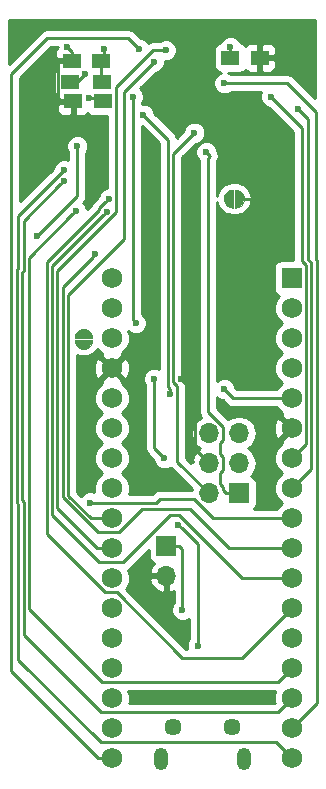
<source format=gbr>
G04 #@! TF.FileFunction,Copper,L2,Bot,Signal*
%FSLAX46Y46*%
G04 Gerber Fmt 4.6, Leading zero omitted, Abs format (unit mm)*
G04 Created by KiCad (PCBNEW 4.0.7) date 09/16/18 15:06:07*
%MOMM*%
%LPD*%
G01*
G04 APERTURE LIST*
%ADD10C,0.100000*%
%ADD11C,0.010000*%
%ADD12R,1.500000X1.250000*%
%ADD13C,0.400000*%
%ADD14R,1.500000X1.300000*%
%ADD15C,1.450000*%
%ADD16O,1.200000X1.900000*%
%ADD17R,1.700000X1.700000*%
%ADD18O,1.700000X1.700000*%
%ADD19R,1.752600X1.752600*%
%ADD20C,1.752600*%
%ADD21C,0.600000*%
%ADD22C,0.250000*%
%ADD23C,0.254000*%
G04 APERTURE END LIST*
D10*
D11*
G36*
X111718000Y-104025000D02*
X111461500Y-104070200D01*
X111235900Y-104200500D01*
X111068500Y-104400000D01*
X110979400Y-104644800D01*
X110979400Y-104905200D01*
X111068500Y-105150000D01*
X111235900Y-105349500D01*
X111461500Y-105479800D01*
X111718000Y-105525000D01*
X111718000Y-104025000D01*
X111718000Y-104025000D01*
G37*
X111718000Y-104025000D02*
X111461500Y-104070200D01*
X111235900Y-104200500D01*
X111068500Y-104400000D01*
X110979400Y-104644800D01*
X110979400Y-104905200D01*
X111068500Y-105150000D01*
X111235900Y-105349500D01*
X111461500Y-105479800D01*
X111718000Y-105525000D01*
X111718000Y-104025000D01*
G36*
X111918000Y-105525000D02*
X112174500Y-105479800D01*
X112400100Y-105349500D01*
X112567500Y-105150000D01*
X112656600Y-104905200D01*
X112656600Y-104644800D01*
X112567500Y-104400000D01*
X112400100Y-104200500D01*
X112174500Y-104070200D01*
X111918000Y-104025000D01*
X111918000Y-105525000D01*
X111918000Y-105525000D01*
G37*
X111918000Y-105525000D02*
X112174500Y-105479800D01*
X112400100Y-105349500D01*
X112567500Y-105150000D01*
X112656600Y-104905200D01*
X112656600Y-104644800D01*
X112567500Y-104400000D01*
X112400100Y-104200500D01*
X112174500Y-104070200D01*
X111918000Y-104025000D01*
X111918000Y-105525000D01*
G36*
X98310000Y-116744000D02*
X98355200Y-117000500D01*
X98485500Y-117226100D01*
X98685000Y-117393500D01*
X98929800Y-117482600D01*
X99190200Y-117482600D01*
X99435000Y-117393500D01*
X99634500Y-117226100D01*
X99764800Y-117000500D01*
X99810000Y-116744000D01*
X98310000Y-116744000D01*
X98310000Y-116744000D01*
G37*
X98310000Y-116744000D02*
X98355200Y-117000500D01*
X98485500Y-117226100D01*
X98685000Y-117393500D01*
X98929800Y-117482600D01*
X99190200Y-117482600D01*
X99435000Y-117393500D01*
X99634500Y-117226100D01*
X99764800Y-117000500D01*
X99810000Y-116744000D01*
X98310000Y-116744000D01*
G36*
X99810000Y-116544000D02*
X99764800Y-116287500D01*
X99634500Y-116061900D01*
X99435000Y-115894500D01*
X99190200Y-115805400D01*
X98929800Y-115805400D01*
X98685000Y-115894500D01*
X98485500Y-116061900D01*
X98355200Y-116287500D01*
X98310000Y-116544000D01*
X99810000Y-116544000D01*
X99810000Y-116544000D01*
G37*
X99810000Y-116544000D02*
X99764800Y-116287500D01*
X99634500Y-116061900D01*
X99435000Y-115894500D01*
X99190200Y-115805400D01*
X98929800Y-115805400D01*
X98685000Y-115894500D01*
X98485500Y-116061900D01*
X98355200Y-116287500D01*
X98310000Y-116544000D01*
X99810000Y-116544000D01*
D12*
X100691000Y-96520000D03*
X98191000Y-96520000D03*
X100564000Y-93091000D03*
X98064000Y-93091000D03*
D13*
X112268000Y-104775000D03*
X111368000Y-104775000D03*
X111368000Y-104775000D03*
X112268000Y-104775000D03*
D14*
X100664000Y-94869000D03*
X97964000Y-94869000D03*
D12*
X111506000Y-92837000D03*
X114006000Y-92837000D03*
D15*
X106669200Y-149508980D03*
X111669200Y-149508980D03*
D16*
X105669200Y-152208980D03*
X112669200Y-152208980D03*
D17*
X106072940Y-134167880D03*
D18*
X106072940Y-136707880D03*
D17*
X112229900Y-129715260D03*
D18*
X109689900Y-129715260D03*
X112229900Y-127175260D03*
X109689900Y-127175260D03*
X112229900Y-124635260D03*
X109689900Y-124635260D03*
D13*
X99060000Y-116194000D03*
X99060000Y-117094000D03*
X99060000Y-117094000D03*
X99060000Y-116194000D03*
D19*
X116713000Y-111506000D03*
D20*
X116713000Y-114046000D03*
X116713000Y-116586000D03*
X116713000Y-119126000D03*
X116713000Y-121666000D03*
X116713000Y-124206000D03*
X116713000Y-126746000D03*
X116713000Y-129286000D03*
X116713000Y-131826000D03*
X116713000Y-134366000D03*
X116713000Y-136906000D03*
X116713000Y-139446000D03*
X101473000Y-136906000D03*
X101473000Y-139446000D03*
X101473000Y-141952000D03*
X101473000Y-144526000D03*
X101473000Y-147066000D03*
X101473000Y-149606000D03*
X101493000Y-152146000D03*
X116713000Y-152146000D03*
X116713000Y-149606000D03*
X116713000Y-147066000D03*
X116713000Y-144526000D03*
X116713000Y-141986000D03*
X101473000Y-134366000D03*
X101473000Y-131826000D03*
X101473000Y-129286000D03*
X101473000Y-126746000D03*
X101473000Y-124206000D03*
X101473000Y-121666000D03*
X101473000Y-119126000D03*
X101473000Y-116586000D03*
X101473000Y-114046000D03*
X101473000Y-111506000D03*
D21*
X115443000Y-90424000D03*
X93980000Y-90317000D03*
X107315000Y-120015000D03*
X116459000Y-105283000D03*
X105283000Y-118237000D03*
X114554000Y-126365000D03*
X97663000Y-91948000D03*
X114046000Y-91948000D03*
X106299000Y-146812000D03*
X112268000Y-146857002D03*
X100838000Y-92075000D03*
X99568000Y-96266000D03*
X106379000Y-121275265D03*
X104140000Y-97663000D03*
X110998000Y-120904000D03*
X99187000Y-94234000D03*
X98422449Y-105788449D03*
X109474000Y-100838000D03*
X108458000Y-99187000D03*
X100076000Y-109473996D03*
X101031051Y-105857051D03*
X114935000Y-96139000D03*
X117230990Y-97177689D03*
X110998000Y-94996000D03*
X106045000Y-92202000D03*
X105029000Y-93208010D03*
X103759000Y-92075000D03*
X98552000Y-100330000D03*
X95123004Y-107950000D03*
X99628949Y-130495051D03*
X101228990Y-104775000D03*
X111506000Y-91948000D03*
X107096754Y-132364653D03*
X108732306Y-142603556D03*
X105029000Y-120015000D03*
X105918000Y-126746000D03*
X107451990Y-139573000D03*
X103505000Y-115316000D03*
X103251000Y-96139000D03*
X97411551Y-103253551D03*
X97409000Y-102362000D03*
D22*
X115443000Y-90424000D02*
X94087000Y-90424000D01*
X94087000Y-90424000D02*
X93980000Y-90317000D01*
X108514899Y-121214899D02*
X107315000Y-120015000D01*
X109689900Y-127175260D02*
X108514899Y-126000259D01*
X108514899Y-126000259D02*
X108514899Y-121214899D01*
X112268000Y-104775000D02*
X115951000Y-104775000D01*
X115951000Y-104775000D02*
X116459000Y-105283000D01*
X102616000Y-117983000D02*
X105029000Y-117983000D01*
X105029000Y-117983000D02*
X105283000Y-118237000D01*
X101473000Y-119126000D02*
X102616000Y-117983000D01*
X114554000Y-126365000D02*
X114853999Y-126065001D01*
X114853999Y-126065001D02*
X116713000Y-124206000D01*
X98064000Y-93091000D02*
X97064000Y-93091000D01*
X97064000Y-93091000D02*
X96888999Y-93266001D01*
X97191000Y-96520000D02*
X98191000Y-96520000D01*
X96888999Y-93266001D02*
X96888999Y-96217999D01*
X96888999Y-96217999D02*
X97191000Y-96520000D01*
X98064000Y-93091000D02*
X98064000Y-92349000D01*
X98064000Y-92349000D02*
X97663000Y-91948000D01*
X114006000Y-92837000D02*
X114006000Y-91988000D01*
X114006000Y-91988000D02*
X114046000Y-91948000D01*
X112268000Y-146857002D02*
X106344002Y-146857002D01*
X106344002Y-146857002D02*
X106299000Y-146812000D01*
X100564000Y-93091000D02*
X100564000Y-94769000D01*
X100564000Y-94769000D02*
X100664000Y-94869000D01*
X100838000Y-92075000D02*
X100838000Y-92817000D01*
X100838000Y-92817000D02*
X100564000Y-93091000D01*
X99568000Y-96266000D02*
X100437000Y-96266000D01*
X100437000Y-96266000D02*
X100691000Y-96520000D01*
X106239987Y-99762987D02*
X106239987Y-120711988D01*
X106379000Y-120851001D02*
X106379000Y-121275265D01*
X106239987Y-120711988D02*
X106379000Y-120851001D01*
X104140000Y-97663000D02*
X106239987Y-99762987D01*
X110187740Y-124635260D02*
X109689900Y-124635260D01*
X116713000Y-121666000D02*
X111760000Y-121666000D01*
X111760000Y-121666000D02*
X110998000Y-120904000D01*
X97964000Y-94869000D02*
X98552000Y-94869000D01*
X98552000Y-94869000D02*
X99187000Y-94234000D01*
X94441033Y-139526033D02*
X94441033Y-109769865D01*
X100642301Y-145727301D02*
X94441033Y-139526033D01*
X115511699Y-145727301D02*
X100642301Y-145727301D01*
X98122450Y-106088448D02*
X98422449Y-105788449D01*
X116713000Y-144526000D02*
X115511699Y-145727301D01*
X94441033Y-109769865D02*
X98122450Y-106088448D01*
X112229900Y-129715260D02*
X111129900Y-129715260D01*
X110864901Y-126611259D02*
X110617000Y-126363358D01*
X109601000Y-122807358D02*
X109601000Y-101310998D01*
X111129900Y-129715260D02*
X110864901Y-129450261D01*
X110617000Y-126363358D02*
X110617000Y-125447162D01*
X110864901Y-129450261D02*
X110864901Y-129151259D01*
X110864901Y-127739261D02*
X110864901Y-126611259D01*
X110864901Y-129151259D02*
X110617000Y-128903358D01*
X110617000Y-128903358D02*
X110617000Y-127987162D01*
X109773999Y-101137999D02*
X109474000Y-100838000D01*
X110617000Y-127987162D02*
X110864901Y-127739261D01*
X110617000Y-125447162D02*
X110864901Y-125199261D01*
X110864901Y-125199261D02*
X110864901Y-124071259D01*
X110864901Y-124071259D02*
X109601000Y-122807358D01*
X109601000Y-101310998D02*
X109773999Y-101137999D01*
X108158001Y-99486999D02*
X108458000Y-99187000D01*
X106689998Y-120315002D02*
X106689998Y-100955002D01*
X106689998Y-100955002D02*
X108158001Y-99486999D01*
X107004010Y-120629014D02*
X106689998Y-120315002D01*
X109689900Y-129715260D02*
X107004010Y-127029370D01*
X107004010Y-127029370D02*
X107004010Y-120629014D01*
X97304044Y-130068634D02*
X97304044Y-112245952D01*
X104012926Y-131064000D02*
X102049625Y-133027301D01*
X111380410Y-134366000D02*
X108078410Y-131064000D01*
X102049625Y-133027301D02*
X100262711Y-133027301D01*
X116713000Y-134366000D02*
X111380410Y-134366000D01*
X108078410Y-131064000D02*
X104012926Y-131064000D01*
X99776001Y-109773995D02*
X100076000Y-109473996D01*
X97304044Y-112245952D02*
X99776001Y-109773995D01*
X100262711Y-133027301D02*
X97304044Y-130068634D01*
X102430699Y-135567301D02*
X100386891Y-135567301D01*
X107188000Y-131572000D02*
X106426000Y-131572000D01*
X116713000Y-136906000D02*
X112522000Y-136906000D01*
X96404022Y-110484080D02*
X100731052Y-106157050D01*
X106426000Y-131572000D02*
X102430699Y-135567301D01*
X100386891Y-135567301D02*
X96404022Y-131584432D01*
X96404022Y-131584432D02*
X96404022Y-110484080D01*
X100731052Y-106157050D02*
X101031051Y-105857051D01*
X112522000Y-136906000D02*
X107188000Y-131572000D01*
X115234999Y-96438999D02*
X114935000Y-96139000D01*
X117590978Y-98794978D02*
X115234999Y-96438999D01*
X117914301Y-110369699D02*
X117590978Y-110046376D01*
X117914301Y-125544699D02*
X117914301Y-110369699D01*
X116713000Y-126746000D02*
X117914301Y-125544699D01*
X117590978Y-110046376D02*
X117590978Y-98794978D01*
X116713000Y-129286000D02*
X118364312Y-127634688D01*
X118040989Y-97987688D02*
X117530989Y-97477688D01*
X118364312Y-127634688D02*
X118364312Y-110183299D01*
X117530989Y-97477688D02*
X117230990Y-97177689D01*
X118040989Y-109859976D02*
X118040989Y-97987688D01*
X118364312Y-110183299D02*
X118040989Y-109859976D01*
X111422264Y-94996000D02*
X110998000Y-94996000D01*
X116332000Y-94996000D02*
X111422264Y-94996000D01*
X118745000Y-97409000D02*
X116332000Y-94996000D01*
X118745000Y-109927576D02*
X118745000Y-97409000D01*
X118814323Y-109996899D02*
X118745000Y-109927576D01*
X118814323Y-147504677D02*
X118814323Y-109996899D01*
X116713000Y-149606000D02*
X118814323Y-147504677D01*
X105620736Y-92202000D02*
X106045000Y-92202000D01*
X101854000Y-95286004D02*
X104938004Y-92202000D01*
X104938004Y-92202000D02*
X105620736Y-92202000D01*
X101854000Y-105918000D02*
X101854000Y-95286004D01*
X96854033Y-110917967D02*
X101854000Y-105918000D01*
X96854033Y-130986308D02*
X96854033Y-110917967D01*
X101473000Y-134366000D02*
X100233725Y-134366000D01*
X100233725Y-134366000D02*
X96854033Y-130986308D01*
X101473000Y-131826000D02*
X99697821Y-131826000D01*
X99697821Y-131826000D02*
X97790000Y-129918179D01*
X97790000Y-129918179D02*
X97790000Y-112903000D01*
X97790000Y-112903000D02*
X102489000Y-108204000D01*
X102489000Y-108204000D02*
X102489000Y-95748010D01*
X102489000Y-95748010D02*
X104729001Y-93508009D01*
X104729001Y-93508009D02*
X105029000Y-93208010D01*
X101493000Y-152146000D02*
X100330000Y-152146000D01*
X100330000Y-152146000D02*
X92964000Y-144780000D01*
X92964000Y-144780000D02*
X92964000Y-94234000D01*
X92964000Y-94234000D02*
X96012000Y-91186000D01*
X96012000Y-91186000D02*
X102870000Y-91186000D01*
X102870000Y-91186000D02*
X103459001Y-91775001D01*
X103459001Y-91775001D02*
X103759000Y-92075000D01*
X98552000Y-100754264D02*
X98552000Y-100330000D01*
X95123004Y-107950000D02*
X98552000Y-104521004D01*
X98552000Y-104521004D02*
X98552000Y-100754264D01*
X100053213Y-130495051D02*
X99628949Y-130495051D01*
X116713000Y-131826000D02*
X110061638Y-131826000D01*
X110061638Y-131826000D02*
X108399616Y-130163978D01*
X108399616Y-130163978D02*
X105545200Y-130163978D01*
X105545200Y-130163978D02*
X105214127Y-130495051D01*
X105214127Y-130495051D02*
X100053213Y-130495051D01*
X100928991Y-105074999D02*
X101228990Y-104775000D01*
X100406049Y-105712129D02*
X100406049Y-105597941D01*
X100896375Y-138107301D02*
X95954011Y-133164937D01*
X107442000Y-143637074D02*
X101912227Y-138107301D01*
X112521926Y-143637074D02*
X107442000Y-143637074D01*
X101912227Y-138107301D02*
X100896375Y-138107301D01*
X100406049Y-105597941D02*
X100928991Y-105074999D01*
X116713000Y-139446000D02*
X112521926Y-143637074D01*
X95954011Y-133164937D02*
X95954011Y-110164167D01*
X95954011Y-110164167D02*
X100406049Y-105712129D01*
X111506000Y-91948000D02*
X111506000Y-92837000D01*
X107396753Y-132664652D02*
X107096754Y-132364653D01*
X108732306Y-134000205D02*
X107396753Y-132664652D01*
X108732306Y-142603556D02*
X108732306Y-134000205D01*
X105918000Y-126746000D02*
X105029000Y-125857000D01*
X105029000Y-125857000D02*
X105029000Y-120439264D01*
X105029000Y-120439264D02*
X105029000Y-120015000D01*
X107451990Y-134446930D02*
X107451990Y-139148736D01*
X107172940Y-134167880D02*
X107451990Y-134446930D01*
X106072940Y-134167880D02*
X107172940Y-134167880D01*
X107451990Y-139148736D02*
X107451990Y-139573000D01*
X103251000Y-96139000D02*
X103251000Y-115062000D01*
X103251000Y-115062000D02*
X103505000Y-115316000D01*
X93991022Y-106674080D02*
X97111552Y-103553550D01*
X93991022Y-110854334D02*
X93991022Y-106674080D01*
X100515301Y-148267301D02*
X93991022Y-141743022D01*
X93864022Y-110981334D02*
X93991022Y-110854334D01*
X97111552Y-103553550D02*
X97411551Y-103253551D01*
X93991022Y-141743022D02*
X93991022Y-130445665D01*
X93991022Y-130445665D02*
X93864022Y-130318665D01*
X115511699Y-148267301D02*
X100515301Y-148267301D01*
X93864022Y-130318665D02*
X93864022Y-110981334D01*
X116713000Y-147066000D02*
X115511699Y-148267301D01*
X116713000Y-152146000D02*
X115374301Y-150807301D01*
X115374301Y-150807301D02*
X100515301Y-150807301D01*
X100515301Y-150807301D02*
X93541011Y-143833011D01*
X93541011Y-143833011D02*
X93541011Y-130632065D01*
X93541011Y-130632065D02*
X93414011Y-130505065D01*
X93414011Y-130505065D02*
X93414011Y-110794934D01*
X93541011Y-106229989D02*
X97109001Y-102661999D01*
X93414011Y-110794934D02*
X93541011Y-110667934D01*
X93541011Y-110667934D02*
X93541011Y-106229989D01*
X97109001Y-102661999D02*
X97409000Y-102362000D01*
D23*
G36*
X115201963Y-146764065D02*
X115201438Y-147365297D01*
X115241630Y-147462568D01*
X115196897Y-147507301D01*
X102926167Y-147507301D01*
X102984037Y-147367935D01*
X102984562Y-146766703D01*
X102869115Y-146487301D01*
X115316885Y-146487301D01*
X115201963Y-146764065D01*
X115201963Y-146764065D01*
G37*
X115201963Y-146764065D02*
X115201438Y-147365297D01*
X115241630Y-147462568D01*
X115196897Y-147507301D01*
X102926167Y-147507301D01*
X102984037Y-147367935D01*
X102984562Y-146766703D01*
X102869115Y-146487301D01*
X115316885Y-146487301D01*
X115201963Y-146764065D01*
G36*
X104575500Y-135017880D02*
X104619778Y-135253197D01*
X104758850Y-135469321D01*
X104971050Y-135614311D01*
X105079047Y-135636181D01*
X104801295Y-135940956D01*
X104631464Y-136350990D01*
X104752785Y-136580880D01*
X105945940Y-136580880D01*
X105945940Y-136560880D01*
X106199940Y-136560880D01*
X106199940Y-136580880D01*
X106219940Y-136580880D01*
X106219940Y-136834880D01*
X106199940Y-136834880D01*
X106199940Y-138028699D01*
X106429832Y-138149366D01*
X106691990Y-138026250D01*
X106691990Y-139010537D01*
X106659798Y-139042673D01*
X106517152Y-139386201D01*
X106516828Y-139758167D01*
X106658873Y-140101943D01*
X106921663Y-140365192D01*
X107265191Y-140507838D01*
X107637157Y-140508162D01*
X107972306Y-140369682D01*
X107972306Y-142041093D01*
X107940114Y-142073229D01*
X107797468Y-142416757D01*
X107797144Y-142788723D01*
X107833650Y-142877074D01*
X107756802Y-142877074D01*
X102698151Y-137818423D01*
X102753471Y-137763200D01*
X102984037Y-137207935D01*
X102984162Y-137064770D01*
X104631464Y-137064770D01*
X104801295Y-137474804D01*
X105191582Y-137903063D01*
X105716048Y-138149366D01*
X105945940Y-138028699D01*
X105945940Y-136834880D01*
X104752785Y-136834880D01*
X104631464Y-137064770D01*
X102984162Y-137064770D01*
X102984562Y-136606703D01*
X102818454Y-136204692D01*
X102968100Y-136104702D01*
X104575500Y-134497302D01*
X104575500Y-135017880D01*
X104575500Y-135017880D01*
G37*
X104575500Y-135017880D02*
X104619778Y-135253197D01*
X104758850Y-135469321D01*
X104971050Y-135614311D01*
X105079047Y-135636181D01*
X104801295Y-135940956D01*
X104631464Y-136350990D01*
X104752785Y-136580880D01*
X105945940Y-136580880D01*
X105945940Y-136560880D01*
X106199940Y-136560880D01*
X106199940Y-136580880D01*
X106219940Y-136580880D01*
X106219940Y-136834880D01*
X106199940Y-136834880D01*
X106199940Y-138028699D01*
X106429832Y-138149366D01*
X106691990Y-138026250D01*
X106691990Y-139010537D01*
X106659798Y-139042673D01*
X106517152Y-139386201D01*
X106516828Y-139758167D01*
X106658873Y-140101943D01*
X106921663Y-140365192D01*
X107265191Y-140507838D01*
X107637157Y-140508162D01*
X107972306Y-140369682D01*
X107972306Y-142041093D01*
X107940114Y-142073229D01*
X107797468Y-142416757D01*
X107797144Y-142788723D01*
X107833650Y-142877074D01*
X107756802Y-142877074D01*
X102698151Y-137818423D01*
X102753471Y-137763200D01*
X102984037Y-137207935D01*
X102984162Y-137064770D01*
X104631464Y-137064770D01*
X104801295Y-137474804D01*
X105191582Y-137903063D01*
X105716048Y-138149366D01*
X105945940Y-138028699D01*
X105945940Y-136834880D01*
X104752785Y-136834880D01*
X104631464Y-137064770D01*
X102984162Y-137064770D01*
X102984562Y-136606703D01*
X102818454Y-136204692D01*
X102968100Y-136104702D01*
X104575500Y-134497302D01*
X104575500Y-135017880D01*
G36*
X110467673Y-121696192D02*
X110811201Y-121838838D01*
X110858077Y-121838879D01*
X111222599Y-122203401D01*
X111469161Y-122368148D01*
X111760000Y-122426000D01*
X115391797Y-122426000D01*
X115431035Y-122520964D01*
X115855800Y-122946471D01*
X115889592Y-122960503D01*
X115829604Y-123142999D01*
X116713000Y-124026395D01*
X116727143Y-124012253D01*
X116906748Y-124191858D01*
X116892605Y-124206000D01*
X116906748Y-124220143D01*
X116727143Y-124399748D01*
X116713000Y-124385605D01*
X115829604Y-125269001D01*
X115889447Y-125451056D01*
X115858036Y-125464035D01*
X115432529Y-125888800D01*
X115201963Y-126444065D01*
X115201438Y-127045297D01*
X115431035Y-127600964D01*
X115845698Y-128016351D01*
X115432529Y-128428800D01*
X115201963Y-128984065D01*
X115201438Y-129585297D01*
X115431035Y-130140964D01*
X115845698Y-130556351D01*
X115432529Y-130968800D01*
X115392168Y-131066000D01*
X113474385Y-131066000D01*
X113531341Y-131029350D01*
X113676331Y-130817150D01*
X113727340Y-130565260D01*
X113727340Y-128865260D01*
X113683062Y-128629943D01*
X113543990Y-128413819D01*
X113331790Y-128268829D01*
X113264359Y-128255174D01*
X113309047Y-128225314D01*
X113630954Y-127743545D01*
X113743993Y-127175260D01*
X113630954Y-126606975D01*
X113309047Y-126125206D01*
X112979874Y-125905260D01*
X113309047Y-125685314D01*
X113630954Y-125203545D01*
X113743993Y-124635260D01*
X113630954Y-124066975D01*
X113566824Y-123970997D01*
X115190118Y-123970997D01*
X115216109Y-124571668D01*
X115395973Y-125005896D01*
X115649999Y-125089396D01*
X116533395Y-124206000D01*
X115649999Y-123322604D01*
X115395973Y-123406104D01*
X115190118Y-123970997D01*
X113566824Y-123970997D01*
X113309047Y-123585206D01*
X112827278Y-123263299D01*
X112258993Y-123150260D01*
X112200807Y-123150260D01*
X111632522Y-123263299D01*
X111332327Y-123463883D01*
X110361000Y-122492556D01*
X110361000Y-121589333D01*
X110467673Y-121696192D01*
X110467673Y-121696192D01*
G37*
X110467673Y-121696192D02*
X110811201Y-121838838D01*
X110858077Y-121838879D01*
X111222599Y-122203401D01*
X111469161Y-122368148D01*
X111760000Y-122426000D01*
X115391797Y-122426000D01*
X115431035Y-122520964D01*
X115855800Y-122946471D01*
X115889592Y-122960503D01*
X115829604Y-123142999D01*
X116713000Y-124026395D01*
X116727143Y-124012253D01*
X116906748Y-124191858D01*
X116892605Y-124206000D01*
X116906748Y-124220143D01*
X116727143Y-124399748D01*
X116713000Y-124385605D01*
X115829604Y-125269001D01*
X115889447Y-125451056D01*
X115858036Y-125464035D01*
X115432529Y-125888800D01*
X115201963Y-126444065D01*
X115201438Y-127045297D01*
X115431035Y-127600964D01*
X115845698Y-128016351D01*
X115432529Y-128428800D01*
X115201963Y-128984065D01*
X115201438Y-129585297D01*
X115431035Y-130140964D01*
X115845698Y-130556351D01*
X115432529Y-130968800D01*
X115392168Y-131066000D01*
X113474385Y-131066000D01*
X113531341Y-131029350D01*
X113676331Y-130817150D01*
X113727340Y-130565260D01*
X113727340Y-128865260D01*
X113683062Y-128629943D01*
X113543990Y-128413819D01*
X113331790Y-128268829D01*
X113264359Y-128255174D01*
X113309047Y-128225314D01*
X113630954Y-127743545D01*
X113743993Y-127175260D01*
X113630954Y-126606975D01*
X113309047Y-126125206D01*
X112979874Y-125905260D01*
X113309047Y-125685314D01*
X113630954Y-125203545D01*
X113743993Y-124635260D01*
X113630954Y-124066975D01*
X113566824Y-123970997D01*
X115190118Y-123970997D01*
X115216109Y-124571668D01*
X115395973Y-125005896D01*
X115649999Y-125089396D01*
X116533395Y-124206000D01*
X115649999Y-123322604D01*
X115395973Y-123406104D01*
X115190118Y-123970997D01*
X113566824Y-123970997D01*
X113309047Y-123585206D01*
X112827278Y-123263299D01*
X112258993Y-123150260D01*
X112200807Y-123150260D01*
X111632522Y-123263299D01*
X111332327Y-123463883D01*
X110361000Y-122492556D01*
X110361000Y-121589333D01*
X110467673Y-121696192D01*
G36*
X105479987Y-100077789D02*
X105479987Y-119189863D01*
X105215799Y-119080162D01*
X104843833Y-119079838D01*
X104500057Y-119221883D01*
X104236808Y-119484673D01*
X104094162Y-119828201D01*
X104093838Y-120200167D01*
X104235883Y-120543943D01*
X104269000Y-120577118D01*
X104269000Y-125857000D01*
X104326852Y-126147839D01*
X104491599Y-126394401D01*
X104982878Y-126885680D01*
X104982838Y-126931167D01*
X105124883Y-127274943D01*
X105387673Y-127538192D01*
X105731201Y-127680838D01*
X106103167Y-127681162D01*
X106446943Y-127539117D01*
X106447656Y-127538405D01*
X106466609Y-127566771D01*
X108248690Y-129348852D01*
X108237725Y-129403978D01*
X105545200Y-129403978D01*
X105254361Y-129461830D01*
X105007799Y-129626577D01*
X104899325Y-129735051D01*
X102922949Y-129735051D01*
X102984037Y-129587935D01*
X102984562Y-128986703D01*
X102754965Y-128431036D01*
X102340302Y-128015649D01*
X102753471Y-127603200D01*
X102984037Y-127047935D01*
X102984562Y-126446703D01*
X102754965Y-125891036D01*
X102340302Y-125475649D01*
X102753471Y-125063200D01*
X102984037Y-124507935D01*
X102984562Y-123906703D01*
X102754965Y-123351036D01*
X102340302Y-122935649D01*
X102753471Y-122523200D01*
X102984037Y-121967935D01*
X102984562Y-121366703D01*
X102754965Y-120811036D01*
X102330200Y-120385529D01*
X102296408Y-120371497D01*
X102356396Y-120189001D01*
X101473000Y-119305605D01*
X100589604Y-120189001D01*
X100649447Y-120371056D01*
X100618036Y-120384035D01*
X100192529Y-120808800D01*
X99961963Y-121364065D01*
X99961438Y-121965297D01*
X100191035Y-122520964D01*
X100605698Y-122936351D01*
X100192529Y-123348800D01*
X99961963Y-123904065D01*
X99961438Y-124505297D01*
X100191035Y-125060964D01*
X100605698Y-125476351D01*
X100192529Y-125888800D01*
X99961963Y-126444065D01*
X99961438Y-127045297D01*
X100191035Y-127600964D01*
X100605698Y-128016351D01*
X100192529Y-128428800D01*
X99961963Y-128984065D01*
X99961438Y-129585297D01*
X99979100Y-129628043D01*
X99815748Y-129560213D01*
X99443782Y-129559889D01*
X99100006Y-129701934D01*
X98874085Y-129927462D01*
X98550000Y-129603377D01*
X98550000Y-118890997D01*
X99950118Y-118890997D01*
X99976109Y-119491668D01*
X100155973Y-119925896D01*
X100409999Y-120009396D01*
X101293395Y-119126000D01*
X101652605Y-119126000D01*
X102536001Y-120009396D01*
X102790027Y-119925896D01*
X102995882Y-119361003D01*
X102969891Y-118760332D01*
X102790027Y-118326104D01*
X102536001Y-118242604D01*
X101652605Y-119126000D01*
X101293395Y-119126000D01*
X100409999Y-118242604D01*
X100155973Y-118326104D01*
X99950118Y-118890997D01*
X98550000Y-118890997D01*
X98550000Y-118025438D01*
X98710907Y-118084003D01*
X98820773Y-118100913D01*
X98929800Y-118122600D01*
X99190200Y-118122600D01*
X99299227Y-118100913D01*
X99409093Y-118084003D01*
X99653893Y-117994903D01*
X99748926Y-117937236D01*
X99846384Y-117883769D01*
X100045884Y-117716369D01*
X100115436Y-117629709D01*
X100188703Y-117546192D01*
X100228059Y-117478052D01*
X100615800Y-117866471D01*
X100649592Y-117880503D01*
X100589604Y-118062999D01*
X101473000Y-118946395D01*
X102356396Y-118062999D01*
X102296553Y-117880944D01*
X102327964Y-117867965D01*
X102753471Y-117443200D01*
X102984037Y-116887935D01*
X102984562Y-116286703D01*
X102865695Y-115999024D01*
X102974673Y-116108192D01*
X103318201Y-116250838D01*
X103690167Y-116251162D01*
X104033943Y-116109117D01*
X104297192Y-115846327D01*
X104439838Y-115502799D01*
X104440162Y-115130833D01*
X104298117Y-114787057D01*
X104035327Y-114523808D01*
X104011000Y-114513706D01*
X104011000Y-98608802D01*
X105479987Y-100077789D01*
X105479987Y-100077789D01*
G37*
X105479987Y-100077789D02*
X105479987Y-119189863D01*
X105215799Y-119080162D01*
X104843833Y-119079838D01*
X104500057Y-119221883D01*
X104236808Y-119484673D01*
X104094162Y-119828201D01*
X104093838Y-120200167D01*
X104235883Y-120543943D01*
X104269000Y-120577118D01*
X104269000Y-125857000D01*
X104326852Y-126147839D01*
X104491599Y-126394401D01*
X104982878Y-126885680D01*
X104982838Y-126931167D01*
X105124883Y-127274943D01*
X105387673Y-127538192D01*
X105731201Y-127680838D01*
X106103167Y-127681162D01*
X106446943Y-127539117D01*
X106447656Y-127538405D01*
X106466609Y-127566771D01*
X108248690Y-129348852D01*
X108237725Y-129403978D01*
X105545200Y-129403978D01*
X105254361Y-129461830D01*
X105007799Y-129626577D01*
X104899325Y-129735051D01*
X102922949Y-129735051D01*
X102984037Y-129587935D01*
X102984562Y-128986703D01*
X102754965Y-128431036D01*
X102340302Y-128015649D01*
X102753471Y-127603200D01*
X102984037Y-127047935D01*
X102984562Y-126446703D01*
X102754965Y-125891036D01*
X102340302Y-125475649D01*
X102753471Y-125063200D01*
X102984037Y-124507935D01*
X102984562Y-123906703D01*
X102754965Y-123351036D01*
X102340302Y-122935649D01*
X102753471Y-122523200D01*
X102984037Y-121967935D01*
X102984562Y-121366703D01*
X102754965Y-120811036D01*
X102330200Y-120385529D01*
X102296408Y-120371497D01*
X102356396Y-120189001D01*
X101473000Y-119305605D01*
X100589604Y-120189001D01*
X100649447Y-120371056D01*
X100618036Y-120384035D01*
X100192529Y-120808800D01*
X99961963Y-121364065D01*
X99961438Y-121965297D01*
X100191035Y-122520964D01*
X100605698Y-122936351D01*
X100192529Y-123348800D01*
X99961963Y-123904065D01*
X99961438Y-124505297D01*
X100191035Y-125060964D01*
X100605698Y-125476351D01*
X100192529Y-125888800D01*
X99961963Y-126444065D01*
X99961438Y-127045297D01*
X100191035Y-127600964D01*
X100605698Y-128016351D01*
X100192529Y-128428800D01*
X99961963Y-128984065D01*
X99961438Y-129585297D01*
X99979100Y-129628043D01*
X99815748Y-129560213D01*
X99443782Y-129559889D01*
X99100006Y-129701934D01*
X98874085Y-129927462D01*
X98550000Y-129603377D01*
X98550000Y-118890997D01*
X99950118Y-118890997D01*
X99976109Y-119491668D01*
X100155973Y-119925896D01*
X100409999Y-120009396D01*
X101293395Y-119126000D01*
X101652605Y-119126000D01*
X102536001Y-120009396D01*
X102790027Y-119925896D01*
X102995882Y-119361003D01*
X102969891Y-118760332D01*
X102790027Y-118326104D01*
X102536001Y-118242604D01*
X101652605Y-119126000D01*
X101293395Y-119126000D01*
X100409999Y-118242604D01*
X100155973Y-118326104D01*
X99950118Y-118890997D01*
X98550000Y-118890997D01*
X98550000Y-118025438D01*
X98710907Y-118084003D01*
X98820773Y-118100913D01*
X98929800Y-118122600D01*
X99190200Y-118122600D01*
X99299227Y-118100913D01*
X99409093Y-118084003D01*
X99653893Y-117994903D01*
X99748926Y-117937236D01*
X99846384Y-117883769D01*
X100045884Y-117716369D01*
X100115436Y-117629709D01*
X100188703Y-117546192D01*
X100228059Y-117478052D01*
X100615800Y-117866471D01*
X100649592Y-117880503D01*
X100589604Y-118062999D01*
X101473000Y-118946395D01*
X102356396Y-118062999D01*
X102296553Y-117880944D01*
X102327964Y-117867965D01*
X102753471Y-117443200D01*
X102984037Y-116887935D01*
X102984562Y-116286703D01*
X102865695Y-115999024D01*
X102974673Y-116108192D01*
X103318201Y-116250838D01*
X103690167Y-116251162D01*
X104033943Y-116109117D01*
X104297192Y-115846327D01*
X104439838Y-115502799D01*
X104440162Y-115130833D01*
X104298117Y-114787057D01*
X104035327Y-114523808D01*
X104011000Y-114513706D01*
X104011000Y-98608802D01*
X105479987Y-100077789D01*
G36*
X109816900Y-127048260D02*
X109836900Y-127048260D01*
X109836900Y-127302260D01*
X109816900Y-127302260D01*
X109816900Y-127322260D01*
X109562900Y-127322260D01*
X109562900Y-127302260D01*
X109542900Y-127302260D01*
X109542900Y-127048260D01*
X109562900Y-127048260D01*
X109562900Y-127028260D01*
X109816900Y-127028260D01*
X109816900Y-127048260D01*
X109816900Y-127048260D01*
G37*
X109816900Y-127048260D02*
X109836900Y-127048260D01*
X109836900Y-127302260D01*
X109816900Y-127302260D01*
X109816900Y-127322260D01*
X109562900Y-127322260D01*
X109562900Y-127302260D01*
X109542900Y-127302260D01*
X109542900Y-127048260D01*
X109562900Y-127048260D01*
X109562900Y-127028260D01*
X109816900Y-127028260D01*
X109816900Y-127048260D01*
G36*
X118670000Y-96259198D02*
X116869401Y-94458599D01*
X116622839Y-94293852D01*
X116332000Y-94236000D01*
X111560463Y-94236000D01*
X111528327Y-94203808D01*
X111301065Y-94109440D01*
X112256000Y-94109440D01*
X112491317Y-94065162D01*
X112707441Y-93926090D01*
X112753969Y-93857994D01*
X112896302Y-94000327D01*
X113129691Y-94097000D01*
X113720250Y-94097000D01*
X113879000Y-93938250D01*
X113879000Y-92964000D01*
X114133000Y-92964000D01*
X114133000Y-93938250D01*
X114291750Y-94097000D01*
X114882309Y-94097000D01*
X115115698Y-94000327D01*
X115294327Y-93821699D01*
X115391000Y-93588310D01*
X115391000Y-93122750D01*
X115232250Y-92964000D01*
X114133000Y-92964000D01*
X113879000Y-92964000D01*
X113859000Y-92964000D01*
X113859000Y-92710000D01*
X113879000Y-92710000D01*
X113879000Y-91735750D01*
X114133000Y-91735750D01*
X114133000Y-92710000D01*
X115232250Y-92710000D01*
X115391000Y-92551250D01*
X115391000Y-92085690D01*
X115294327Y-91852301D01*
X115115698Y-91673673D01*
X114882309Y-91577000D01*
X114291750Y-91577000D01*
X114133000Y-91735750D01*
X113879000Y-91735750D01*
X113720250Y-91577000D01*
X113129691Y-91577000D01*
X112896302Y-91673673D01*
X112755064Y-91814910D01*
X112720090Y-91760559D01*
X112507890Y-91615569D01*
X112368664Y-91587375D01*
X112299117Y-91419057D01*
X112036327Y-91155808D01*
X111692799Y-91013162D01*
X111320833Y-91012838D01*
X110977057Y-91154883D01*
X110713808Y-91417673D01*
X110644069Y-91585621D01*
X110520683Y-91608838D01*
X110304559Y-91747910D01*
X110159569Y-91960110D01*
X110108560Y-92212000D01*
X110108560Y-93462000D01*
X110152838Y-93697317D01*
X110291910Y-93913441D01*
X110504110Y-94058431D01*
X110715202Y-94101178D01*
X110469057Y-94202883D01*
X110205808Y-94465673D01*
X110063162Y-94809201D01*
X110062838Y-95181167D01*
X110204883Y-95524943D01*
X110467673Y-95788192D01*
X110811201Y-95930838D01*
X111183167Y-95931162D01*
X111526943Y-95789117D01*
X111560118Y-95756000D01*
X114081632Y-95756000D01*
X114000162Y-95952201D01*
X113999838Y-96324167D01*
X114141883Y-96667943D01*
X114404673Y-96931192D01*
X114748201Y-97073838D01*
X114795077Y-97073879D01*
X116830978Y-99109780D01*
X116830978Y-109982260D01*
X115836700Y-109982260D01*
X115601383Y-110026538D01*
X115385259Y-110165610D01*
X115240269Y-110377810D01*
X115189260Y-110629700D01*
X115189260Y-112382300D01*
X115233538Y-112617617D01*
X115372610Y-112833741D01*
X115584810Y-112978731D01*
X115633157Y-112988522D01*
X115432529Y-113188800D01*
X115201963Y-113744065D01*
X115201438Y-114345297D01*
X115431035Y-114900964D01*
X115845698Y-115316351D01*
X115432529Y-115728800D01*
X115201963Y-116284065D01*
X115201438Y-116885297D01*
X115431035Y-117440964D01*
X115845698Y-117856351D01*
X115432529Y-118268800D01*
X115201963Y-118824065D01*
X115201438Y-119425297D01*
X115431035Y-119980964D01*
X115845698Y-120396351D01*
X115432529Y-120808800D01*
X115392168Y-120906000D01*
X112074802Y-120906000D01*
X111933122Y-120764320D01*
X111933162Y-120718833D01*
X111791117Y-120375057D01*
X111528327Y-120111808D01*
X111184799Y-119969162D01*
X110812833Y-119968838D01*
X110469057Y-120110883D01*
X110361000Y-120218752D01*
X110361000Y-105013791D01*
X110361087Y-105014227D01*
X110377997Y-105124093D01*
X110467097Y-105368893D01*
X110524764Y-105463926D01*
X110578231Y-105561384D01*
X110745631Y-105760884D01*
X110832291Y-105830436D01*
X110915808Y-105903703D01*
X111141408Y-106034003D01*
X111246743Y-106069779D01*
X111350432Y-106110089D01*
X111606932Y-106155289D01*
X111662999Y-106154060D01*
X111718000Y-106165000D01*
X111786629Y-106151349D01*
X111818000Y-106150661D01*
X111849371Y-106151349D01*
X111918000Y-106165000D01*
X111973001Y-106154060D01*
X112029068Y-106155289D01*
X112285568Y-106110089D01*
X112389257Y-106069779D01*
X112494592Y-106034003D01*
X112720191Y-105903703D01*
X112803709Y-105830436D01*
X112890369Y-105760884D01*
X113057769Y-105561383D01*
X113111233Y-105463931D01*
X113168903Y-105368893D01*
X113258003Y-105124093D01*
X113274913Y-105014227D01*
X113296600Y-104905200D01*
X113296600Y-104644800D01*
X113274913Y-104535773D01*
X113258003Y-104425907D01*
X113168903Y-104181107D01*
X113111233Y-104086069D01*
X113057769Y-103988617D01*
X112890369Y-103789116D01*
X112803709Y-103719564D01*
X112720191Y-103646297D01*
X112494592Y-103515997D01*
X112389257Y-103480221D01*
X112285568Y-103439911D01*
X112029068Y-103394711D01*
X111973001Y-103395940D01*
X111918000Y-103385000D01*
X111849371Y-103398651D01*
X111818000Y-103399339D01*
X111786629Y-103398651D01*
X111718000Y-103385000D01*
X111662999Y-103395940D01*
X111606932Y-103394711D01*
X111350432Y-103439911D01*
X111246743Y-103480221D01*
X111141408Y-103515997D01*
X110915808Y-103646297D01*
X110832291Y-103719564D01*
X110745631Y-103789116D01*
X110578231Y-103988616D01*
X110524764Y-104086074D01*
X110467097Y-104181107D01*
X110377997Y-104425907D01*
X110361087Y-104535773D01*
X110361000Y-104536209D01*
X110361000Y-101601168D01*
X110382572Y-101568883D01*
X110476147Y-101428839D01*
X110533999Y-101137999D01*
X110476147Y-100847160D01*
X110476147Y-100847159D01*
X110409080Y-100746787D01*
X110409162Y-100652833D01*
X110267117Y-100309057D01*
X110004327Y-100045808D01*
X109660799Y-99903162D01*
X109288833Y-99902838D01*
X108945057Y-100044883D01*
X108681808Y-100307673D01*
X108539162Y-100651201D01*
X108538838Y-101023167D01*
X108680883Y-101366943D01*
X108841000Y-101527340D01*
X108841000Y-122807358D01*
X108898852Y-123098197D01*
X109034897Y-123301803D01*
X108610753Y-123585206D01*
X108288846Y-124066975D01*
X108175807Y-124635260D01*
X108288846Y-125203545D01*
X108610753Y-125685314D01*
X108951453Y-125912962D01*
X108808542Y-125980077D01*
X108418255Y-126408336D01*
X108248424Y-126818370D01*
X108369744Y-127048258D01*
X108204900Y-127048258D01*
X108204900Y-127155458D01*
X107764010Y-126714568D01*
X107764010Y-120629014D01*
X107706158Y-120338175D01*
X107541411Y-120091613D01*
X107449998Y-120000200D01*
X107449998Y-101269804D01*
X108597680Y-100122122D01*
X108643167Y-100122162D01*
X108986943Y-99980117D01*
X109250192Y-99717327D01*
X109392838Y-99373799D01*
X109393162Y-99001833D01*
X109251117Y-98658057D01*
X108988327Y-98394808D01*
X108644799Y-98252162D01*
X108272833Y-98251838D01*
X107929057Y-98393883D01*
X107665808Y-98656673D01*
X107523162Y-99000201D01*
X107523121Y-99047077D01*
X106968003Y-99602195D01*
X106942135Y-99472148D01*
X106777388Y-99225586D01*
X105075122Y-97523320D01*
X105075162Y-97477833D01*
X104933117Y-97134057D01*
X104670327Y-96870808D01*
X104326799Y-96728162D01*
X104011000Y-96727887D01*
X104011000Y-96701463D01*
X104043192Y-96669327D01*
X104185838Y-96325799D01*
X104186162Y-95953833D01*
X104044117Y-95610057D01*
X103873085Y-95438727D01*
X105168680Y-94143132D01*
X105214167Y-94143172D01*
X105557943Y-94001127D01*
X105821192Y-93738337D01*
X105963838Y-93394809D01*
X105964063Y-93136930D01*
X106230167Y-93137162D01*
X106573943Y-92995117D01*
X106837192Y-92732327D01*
X106979838Y-92388799D01*
X106980162Y-92016833D01*
X106838117Y-91673057D01*
X106575327Y-91409808D01*
X106231799Y-91267162D01*
X105859833Y-91266838D01*
X105516057Y-91408883D01*
X105482882Y-91442000D01*
X104938004Y-91442000D01*
X104647164Y-91499852D01*
X104557720Y-91559617D01*
X104552117Y-91546057D01*
X104289327Y-91282808D01*
X103945799Y-91140162D01*
X103898923Y-91140121D01*
X103407401Y-90648599D01*
X103160839Y-90483852D01*
X102870000Y-90426000D01*
X96012000Y-90426000D01*
X95721161Y-90483852D01*
X95474599Y-90648599D01*
X92785000Y-93338198D01*
X92785000Y-89610000D01*
X118670000Y-89610000D01*
X118670000Y-96259198D01*
X118670000Y-96259198D01*
G37*
X118670000Y-96259198D02*
X116869401Y-94458599D01*
X116622839Y-94293852D01*
X116332000Y-94236000D01*
X111560463Y-94236000D01*
X111528327Y-94203808D01*
X111301065Y-94109440D01*
X112256000Y-94109440D01*
X112491317Y-94065162D01*
X112707441Y-93926090D01*
X112753969Y-93857994D01*
X112896302Y-94000327D01*
X113129691Y-94097000D01*
X113720250Y-94097000D01*
X113879000Y-93938250D01*
X113879000Y-92964000D01*
X114133000Y-92964000D01*
X114133000Y-93938250D01*
X114291750Y-94097000D01*
X114882309Y-94097000D01*
X115115698Y-94000327D01*
X115294327Y-93821699D01*
X115391000Y-93588310D01*
X115391000Y-93122750D01*
X115232250Y-92964000D01*
X114133000Y-92964000D01*
X113879000Y-92964000D01*
X113859000Y-92964000D01*
X113859000Y-92710000D01*
X113879000Y-92710000D01*
X113879000Y-91735750D01*
X114133000Y-91735750D01*
X114133000Y-92710000D01*
X115232250Y-92710000D01*
X115391000Y-92551250D01*
X115391000Y-92085690D01*
X115294327Y-91852301D01*
X115115698Y-91673673D01*
X114882309Y-91577000D01*
X114291750Y-91577000D01*
X114133000Y-91735750D01*
X113879000Y-91735750D01*
X113720250Y-91577000D01*
X113129691Y-91577000D01*
X112896302Y-91673673D01*
X112755064Y-91814910D01*
X112720090Y-91760559D01*
X112507890Y-91615569D01*
X112368664Y-91587375D01*
X112299117Y-91419057D01*
X112036327Y-91155808D01*
X111692799Y-91013162D01*
X111320833Y-91012838D01*
X110977057Y-91154883D01*
X110713808Y-91417673D01*
X110644069Y-91585621D01*
X110520683Y-91608838D01*
X110304559Y-91747910D01*
X110159569Y-91960110D01*
X110108560Y-92212000D01*
X110108560Y-93462000D01*
X110152838Y-93697317D01*
X110291910Y-93913441D01*
X110504110Y-94058431D01*
X110715202Y-94101178D01*
X110469057Y-94202883D01*
X110205808Y-94465673D01*
X110063162Y-94809201D01*
X110062838Y-95181167D01*
X110204883Y-95524943D01*
X110467673Y-95788192D01*
X110811201Y-95930838D01*
X111183167Y-95931162D01*
X111526943Y-95789117D01*
X111560118Y-95756000D01*
X114081632Y-95756000D01*
X114000162Y-95952201D01*
X113999838Y-96324167D01*
X114141883Y-96667943D01*
X114404673Y-96931192D01*
X114748201Y-97073838D01*
X114795077Y-97073879D01*
X116830978Y-99109780D01*
X116830978Y-109982260D01*
X115836700Y-109982260D01*
X115601383Y-110026538D01*
X115385259Y-110165610D01*
X115240269Y-110377810D01*
X115189260Y-110629700D01*
X115189260Y-112382300D01*
X115233538Y-112617617D01*
X115372610Y-112833741D01*
X115584810Y-112978731D01*
X115633157Y-112988522D01*
X115432529Y-113188800D01*
X115201963Y-113744065D01*
X115201438Y-114345297D01*
X115431035Y-114900964D01*
X115845698Y-115316351D01*
X115432529Y-115728800D01*
X115201963Y-116284065D01*
X115201438Y-116885297D01*
X115431035Y-117440964D01*
X115845698Y-117856351D01*
X115432529Y-118268800D01*
X115201963Y-118824065D01*
X115201438Y-119425297D01*
X115431035Y-119980964D01*
X115845698Y-120396351D01*
X115432529Y-120808800D01*
X115392168Y-120906000D01*
X112074802Y-120906000D01*
X111933122Y-120764320D01*
X111933162Y-120718833D01*
X111791117Y-120375057D01*
X111528327Y-120111808D01*
X111184799Y-119969162D01*
X110812833Y-119968838D01*
X110469057Y-120110883D01*
X110361000Y-120218752D01*
X110361000Y-105013791D01*
X110361087Y-105014227D01*
X110377997Y-105124093D01*
X110467097Y-105368893D01*
X110524764Y-105463926D01*
X110578231Y-105561384D01*
X110745631Y-105760884D01*
X110832291Y-105830436D01*
X110915808Y-105903703D01*
X111141408Y-106034003D01*
X111246743Y-106069779D01*
X111350432Y-106110089D01*
X111606932Y-106155289D01*
X111662999Y-106154060D01*
X111718000Y-106165000D01*
X111786629Y-106151349D01*
X111818000Y-106150661D01*
X111849371Y-106151349D01*
X111918000Y-106165000D01*
X111973001Y-106154060D01*
X112029068Y-106155289D01*
X112285568Y-106110089D01*
X112389257Y-106069779D01*
X112494592Y-106034003D01*
X112720191Y-105903703D01*
X112803709Y-105830436D01*
X112890369Y-105760884D01*
X113057769Y-105561383D01*
X113111233Y-105463931D01*
X113168903Y-105368893D01*
X113258003Y-105124093D01*
X113274913Y-105014227D01*
X113296600Y-104905200D01*
X113296600Y-104644800D01*
X113274913Y-104535773D01*
X113258003Y-104425907D01*
X113168903Y-104181107D01*
X113111233Y-104086069D01*
X113057769Y-103988617D01*
X112890369Y-103789116D01*
X112803709Y-103719564D01*
X112720191Y-103646297D01*
X112494592Y-103515997D01*
X112389257Y-103480221D01*
X112285568Y-103439911D01*
X112029068Y-103394711D01*
X111973001Y-103395940D01*
X111918000Y-103385000D01*
X111849371Y-103398651D01*
X111818000Y-103399339D01*
X111786629Y-103398651D01*
X111718000Y-103385000D01*
X111662999Y-103395940D01*
X111606932Y-103394711D01*
X111350432Y-103439911D01*
X111246743Y-103480221D01*
X111141408Y-103515997D01*
X110915808Y-103646297D01*
X110832291Y-103719564D01*
X110745631Y-103789116D01*
X110578231Y-103988616D01*
X110524764Y-104086074D01*
X110467097Y-104181107D01*
X110377997Y-104425907D01*
X110361087Y-104535773D01*
X110361000Y-104536209D01*
X110361000Y-101601168D01*
X110382572Y-101568883D01*
X110476147Y-101428839D01*
X110533999Y-101137999D01*
X110476147Y-100847160D01*
X110476147Y-100847159D01*
X110409080Y-100746787D01*
X110409162Y-100652833D01*
X110267117Y-100309057D01*
X110004327Y-100045808D01*
X109660799Y-99903162D01*
X109288833Y-99902838D01*
X108945057Y-100044883D01*
X108681808Y-100307673D01*
X108539162Y-100651201D01*
X108538838Y-101023167D01*
X108680883Y-101366943D01*
X108841000Y-101527340D01*
X108841000Y-122807358D01*
X108898852Y-123098197D01*
X109034897Y-123301803D01*
X108610753Y-123585206D01*
X108288846Y-124066975D01*
X108175807Y-124635260D01*
X108288846Y-125203545D01*
X108610753Y-125685314D01*
X108951453Y-125912962D01*
X108808542Y-125980077D01*
X108418255Y-126408336D01*
X108248424Y-126818370D01*
X108369744Y-127048258D01*
X108204900Y-127048258D01*
X108204900Y-127155458D01*
X107764010Y-126714568D01*
X107764010Y-120629014D01*
X107706158Y-120338175D01*
X107541411Y-120091613D01*
X107449998Y-120000200D01*
X107449998Y-101269804D01*
X108597680Y-100122122D01*
X108643167Y-100122162D01*
X108986943Y-99980117D01*
X109250192Y-99717327D01*
X109392838Y-99373799D01*
X109393162Y-99001833D01*
X109251117Y-98658057D01*
X108988327Y-98394808D01*
X108644799Y-98252162D01*
X108272833Y-98251838D01*
X107929057Y-98393883D01*
X107665808Y-98656673D01*
X107523162Y-99000201D01*
X107523121Y-99047077D01*
X106968003Y-99602195D01*
X106942135Y-99472148D01*
X106777388Y-99225586D01*
X105075122Y-97523320D01*
X105075162Y-97477833D01*
X104933117Y-97134057D01*
X104670327Y-96870808D01*
X104326799Y-96728162D01*
X104011000Y-96727887D01*
X104011000Y-96701463D01*
X104043192Y-96669327D01*
X104185838Y-96325799D01*
X104186162Y-95953833D01*
X104044117Y-95610057D01*
X103873085Y-95438727D01*
X105168680Y-94143132D01*
X105214167Y-94143172D01*
X105557943Y-94001127D01*
X105821192Y-93738337D01*
X105963838Y-93394809D01*
X105964063Y-93136930D01*
X106230167Y-93137162D01*
X106573943Y-92995117D01*
X106837192Y-92732327D01*
X106979838Y-92388799D01*
X106980162Y-92016833D01*
X106838117Y-91673057D01*
X106575327Y-91409808D01*
X106231799Y-91267162D01*
X105859833Y-91266838D01*
X105516057Y-91408883D01*
X105482882Y-91442000D01*
X104938004Y-91442000D01*
X104647164Y-91499852D01*
X104557720Y-91559617D01*
X104552117Y-91546057D01*
X104289327Y-91282808D01*
X103945799Y-91140162D01*
X103898923Y-91140121D01*
X103407401Y-90648599D01*
X103160839Y-90483852D01*
X102870000Y-90426000D01*
X96012000Y-90426000D01*
X95721161Y-90483852D01*
X95474599Y-90648599D01*
X92785000Y-93338198D01*
X92785000Y-89610000D01*
X118670000Y-89610000D01*
X118670000Y-96259198D01*
G36*
X96775673Y-92106301D02*
X96679000Y-92339690D01*
X96679000Y-92805250D01*
X96837750Y-92964000D01*
X97937000Y-92964000D01*
X97937000Y-92944000D01*
X98191000Y-92944000D01*
X98191000Y-92964000D01*
X98211000Y-92964000D01*
X98211000Y-93218000D01*
X98191000Y-93218000D01*
X98191000Y-93238000D01*
X97937000Y-93238000D01*
X97937000Y-93218000D01*
X96837750Y-93218000D01*
X96679000Y-93376750D01*
X96679000Y-93842310D01*
X96687998Y-93864033D01*
X96617569Y-93967110D01*
X96566560Y-94219000D01*
X96566560Y-95519000D01*
X96610838Y-95754317D01*
X96749910Y-95970441D01*
X96806000Y-96008766D01*
X96806000Y-96234250D01*
X96964750Y-96393000D01*
X98064000Y-96393000D01*
X98064000Y-96373000D01*
X98318000Y-96373000D01*
X98318000Y-96393000D01*
X98338000Y-96393000D01*
X98338000Y-96647000D01*
X98318000Y-96647000D01*
X98318000Y-97621250D01*
X98476750Y-97780000D01*
X99067309Y-97780000D01*
X99300698Y-97683327D01*
X99441936Y-97542090D01*
X99476910Y-97596441D01*
X99689110Y-97741431D01*
X99941000Y-97792440D01*
X101094000Y-97792440D01*
X101094000Y-103839882D01*
X101043823Y-103839838D01*
X100700047Y-103981883D01*
X100436798Y-104244673D01*
X100294152Y-104588201D01*
X100294111Y-104635077D01*
X99868648Y-105060540D01*
X99703901Y-105307102D01*
X99695863Y-105347513D01*
X99357539Y-105685837D01*
X99357611Y-105603282D01*
X99215566Y-105259506D01*
X99052076Y-105095730D01*
X99089401Y-105058405D01*
X99254148Y-104811843D01*
X99312000Y-104521004D01*
X99312000Y-100892463D01*
X99344192Y-100860327D01*
X99486838Y-100516799D01*
X99487162Y-100144833D01*
X99345117Y-99801057D01*
X99082327Y-99537808D01*
X98738799Y-99395162D01*
X98366833Y-99394838D01*
X98023057Y-99536883D01*
X97759808Y-99799673D01*
X97617162Y-100143201D01*
X97616838Y-100515167D01*
X97758883Y-100858943D01*
X97792000Y-100892118D01*
X97792000Y-101508632D01*
X97595799Y-101427162D01*
X97223833Y-101426838D01*
X96880057Y-101568883D01*
X96616808Y-101831673D01*
X96474162Y-102175201D01*
X96474121Y-102222077D01*
X93724000Y-104972198D01*
X93724000Y-96805750D01*
X96806000Y-96805750D01*
X96806000Y-97271310D01*
X96902673Y-97504699D01*
X97081302Y-97683327D01*
X97314691Y-97780000D01*
X97905250Y-97780000D01*
X98064000Y-97621250D01*
X98064000Y-96647000D01*
X96964750Y-96647000D01*
X96806000Y-96805750D01*
X93724000Y-96805750D01*
X93724000Y-94548802D01*
X96326802Y-91946000D01*
X96935975Y-91946000D01*
X96775673Y-92106301D01*
X96775673Y-92106301D01*
G37*
X96775673Y-92106301D02*
X96679000Y-92339690D01*
X96679000Y-92805250D01*
X96837750Y-92964000D01*
X97937000Y-92964000D01*
X97937000Y-92944000D01*
X98191000Y-92944000D01*
X98191000Y-92964000D01*
X98211000Y-92964000D01*
X98211000Y-93218000D01*
X98191000Y-93218000D01*
X98191000Y-93238000D01*
X97937000Y-93238000D01*
X97937000Y-93218000D01*
X96837750Y-93218000D01*
X96679000Y-93376750D01*
X96679000Y-93842310D01*
X96687998Y-93864033D01*
X96617569Y-93967110D01*
X96566560Y-94219000D01*
X96566560Y-95519000D01*
X96610838Y-95754317D01*
X96749910Y-95970441D01*
X96806000Y-96008766D01*
X96806000Y-96234250D01*
X96964750Y-96393000D01*
X98064000Y-96393000D01*
X98064000Y-96373000D01*
X98318000Y-96373000D01*
X98318000Y-96393000D01*
X98338000Y-96393000D01*
X98338000Y-96647000D01*
X98318000Y-96647000D01*
X98318000Y-97621250D01*
X98476750Y-97780000D01*
X99067309Y-97780000D01*
X99300698Y-97683327D01*
X99441936Y-97542090D01*
X99476910Y-97596441D01*
X99689110Y-97741431D01*
X99941000Y-97792440D01*
X101094000Y-97792440D01*
X101094000Y-103839882D01*
X101043823Y-103839838D01*
X100700047Y-103981883D01*
X100436798Y-104244673D01*
X100294152Y-104588201D01*
X100294111Y-104635077D01*
X99868648Y-105060540D01*
X99703901Y-105307102D01*
X99695863Y-105347513D01*
X99357539Y-105685837D01*
X99357611Y-105603282D01*
X99215566Y-105259506D01*
X99052076Y-105095730D01*
X99089401Y-105058405D01*
X99254148Y-104811843D01*
X99312000Y-104521004D01*
X99312000Y-100892463D01*
X99344192Y-100860327D01*
X99486838Y-100516799D01*
X99487162Y-100144833D01*
X99345117Y-99801057D01*
X99082327Y-99537808D01*
X98738799Y-99395162D01*
X98366833Y-99394838D01*
X98023057Y-99536883D01*
X97759808Y-99799673D01*
X97617162Y-100143201D01*
X97616838Y-100515167D01*
X97758883Y-100858943D01*
X97792000Y-100892118D01*
X97792000Y-101508632D01*
X97595799Y-101427162D01*
X97223833Y-101426838D01*
X96880057Y-101568883D01*
X96616808Y-101831673D01*
X96474162Y-102175201D01*
X96474121Y-102222077D01*
X93724000Y-104972198D01*
X93724000Y-96805750D01*
X96806000Y-96805750D01*
X96806000Y-97271310D01*
X96902673Y-97504699D01*
X97081302Y-97683327D01*
X97314691Y-97780000D01*
X97905250Y-97780000D01*
X98064000Y-97621250D01*
X98064000Y-96647000D01*
X96964750Y-96647000D01*
X96806000Y-96805750D01*
X93724000Y-96805750D01*
X93724000Y-94548802D01*
X96326802Y-91946000D01*
X96935975Y-91946000D01*
X96775673Y-92106301D01*
M02*

</source>
